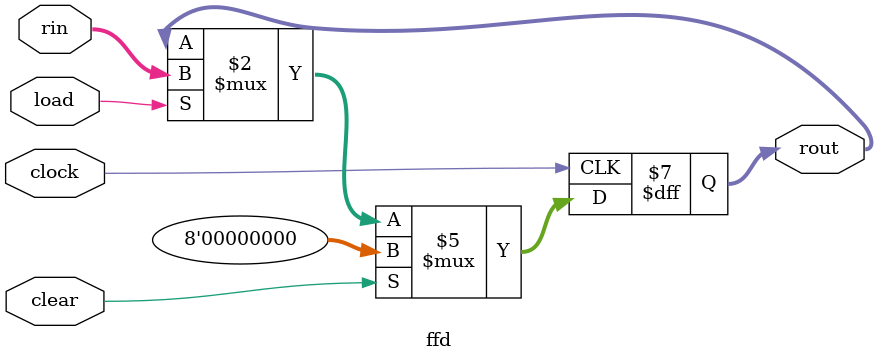
<source format=v>
`timescale 1ns / 1ps

module ffd(rout, rin, clear, load, clock);
    parameter Width = 8;
    output [Width-1:0] rout;
    reg [Width-1:0] rout;
    input [Width-1:0] rin;
    input clear, load, clock;
    always @ (posedge clock)
    if (clear)
        rout <= 0;
        else if (load)
    rout <= rin;
endmodule

</source>
